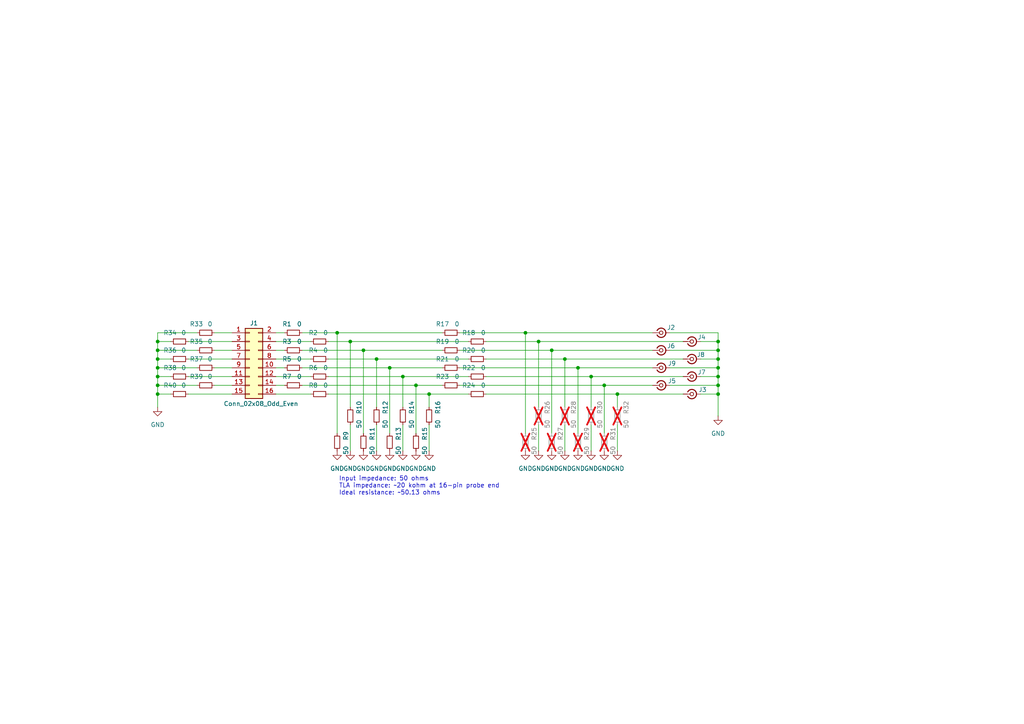
<source format=kicad_sch>
(kicad_sch (version 20231120) (generator "eeschema") (generator_version "8.0")
  (paper "A4")
  (lib_symbols
    (symbol "Connector:Conn_Coaxial_Small" (pin_numbers hide) (pin_names (offset 1.016) hide)
      (property "Reference" "J" (at 0.254 3.048 0))
      (property "Value" "Conn_Coaxial_Small" (at 0 -3.81 0))
      (symbol "Conn_Coaxial_Small_0_1"
        (polyline (pts (xy -2.54 0) (xy -0.508 0)))
        (circle (center 0 0) (radius 0.508) (stroke (width 0.2032)))
      )
      (symbol "Conn_Coaxial_Small_1_1"
        (arc (start -1.1916 -0.6311) (mid 0.327 -1.3081) (end 1.3484 0.0039) (stroke (width 0.3048)))
        (arc (start 1.3484 -0.0039) (mid 0.327 1.3081) (end -1.1916 0.6311) (stroke (width 0.3048)))
        (pin passive line (at -2.54 0 0) (length 1.27) (name "In") (number "1"))
        (pin passive line (at 2.54 0 180) (length 1.27) (name "Ext") (number "2"))
      )
    )
    (symbol "Connector_Generic:Conn_02x08_Odd_Even" (pin_names (offset 1.016) hide)
      (property "Reference" "J" (at 1.27 10.16 0))
      (property "Value" "Conn_02x08_Odd_Even" (at 1.27 -12.7 0))
      (symbol "Conn_02x08_Odd_Even_1_1"
        (rectangle (start -1.27 -10.033) (end 0 -10.287) (stroke (width 0.1524)))
        (rectangle (start -1.27 -7.493) (end 0 -7.747) (stroke (width 0.1524)))
        (rectangle (start -1.27 -4.953) (end 0 -5.207) (stroke (width 0.1524)))
        (rectangle (start -1.27 -2.413) (end 0 -2.667) (stroke (width 0.1524)))
        (rectangle (start -1.27 0.127) (end 0 -0.127) (stroke (width 0.1524)))
        (rectangle (start -1.27 2.667) (end 0 2.413) (stroke (width 0.1524)))
        (rectangle (start -1.27 5.207) (end 0 4.953) (stroke (width 0.1524)))
        (rectangle (start -1.27 7.747) (end 0 7.493) (stroke (width 0.1524)))
        (rectangle (start -1.27 8.89) (end 3.81 -11.43) (stroke (width 0.254)) (fill (type background)))
        (rectangle (start 3.81 -10.033) (end 2.54 -10.287) (stroke (width 0.1524)))
        (rectangle (start 3.81 -7.493) (end 2.54 -7.747) (stroke (width 0.1524)))
        (rectangle (start 3.81 -4.953) (end 2.54 -5.207) (stroke (width 0.1524)))
        (rectangle (start 3.81 -2.413) (end 2.54 -2.667) (stroke (width 0.1524)))
        (rectangle (start 3.81 0.127) (end 2.54 -0.127) (stroke (width 0.1524)))
        (rectangle (start 3.81 2.667) (end 2.54 2.413) (stroke (width 0.1524)))
        (rectangle (start 3.81 5.207) (end 2.54 4.953) (stroke (width 0.1524)))
        (rectangle (start 3.81 7.747) (end 2.54 7.493) (stroke (width 0.1524)))
        (pin passive line (at -5.08 7.62 0) (length 3.81) (name "Pin_1") (number "1"))
        (pin passive line (at 7.62 -2.54 180) (length 3.81) (name "Pin_10") (number "10"))
        (pin passive line (at -5.08 -5.08 0) (length 3.81) (name "Pin_11") (number "11"))
        (pin passive line (at 7.62 -5.08 180) (length 3.81) (name "Pin_12") (number "12"))
        (pin passive line (at -5.08 -7.62 0) (length 3.81) (name "Pin_13") (number "13"))
        (pin passive line (at 7.62 -7.62 180) (length 3.81) (name "Pin_14") (number "14"))
        (pin passive line (at -5.08 -10.16 0) (length 3.81) (name "Pin_15") (number "15"))
        (pin passive line (at 7.62 -10.16 180) (length 3.81) (name "Pin_16") (number "16"))
        (pin passive line (at 7.62 7.62 180) (length 3.81) (name "Pin_2") (number "2"))
        (pin passive line (at -5.08 5.08 0) (length 3.81) (name "Pin_3") (number "3"))
        (pin passive line (at 7.62 5.08 180) (length 3.81) (name "Pin_4") (number "4"))
        (pin passive line (at -5.08 2.54 0) (length 3.81) (name "Pin_5") (number "5"))
        (pin passive line (at 7.62 2.54 180) (length 3.81) (name "Pin_6") (number "6"))
        (pin passive line (at -5.08 0 0) (length 3.81) (name "Pin_7") (number "7"))
        (pin passive line (at 7.62 0 180) (length 3.81) (name "Pin_8") (number "8"))
        (pin passive line (at -5.08 -2.54 0) (length 3.81) (name "Pin_9") (number "9"))
      )
    )
    (symbol "Device:R_Small" (pin_numbers hide) (pin_names (offset 0.254) hide)
      (property "Reference" "R" (at 0.762 0.508 0))
      (property "Value" "R_Small" (at 0.762 -1.016 0))
      (symbol "R_Small_0_1"
        (rectangle (start -0.762 1.778) (end 0.762 -1.778) (stroke (width 0.2032)))
      )
      (symbol "R_Small_1_1"
        (pin passive line (at 0 2.54 270) (length 0.762) (name "~") (number "1"))
        (pin passive line (at 0 -2.54 90) (length 0.762) (name "~") (number "2"))
      )
    )
    (symbol "power:GND" (power) (pin_numbers hide) (pin_names (offset 0) hide)
      (property "Value" "GND" (at 0 -3.81 0))
      (symbol "GND_0_1"
        (polyline (pts (xy 0 0) (xy 0 -1.27) (xy 1.27 -1.27) (xy 0 -2.54) (xy -1.27 -1.27) (xy 0 -1.27)))
      )
      (symbol "GND_1_1"
        (pin power_in line (at 0 0 270) (length 0) (name "~") (number "1"))
      )
    )
  )
  (junction (at 45.72 109.22))
  (junction (at 208.28 101.6))
  (junction (at 45.72 99.06))
  (junction (at 208.28 106.68))
  (junction (at 45.72 106.68))
  (junction (at 45.72 111.76))
  (junction (at 208.28 114.3))
  (junction (at 109.22 104.14))
  (junction (at 101.6 99.06))
  (junction (at 208.28 99.06))
  (junction (at 105.41 101.6))
  (junction (at 163.83 104.14))
  (junction (at 160.02 101.6))
  (junction (at 120.65 111.76))
  (junction (at 175.26 111.76))
  (junction (at 171.45 109.22))
  (junction (at 45.72 101.6))
  (junction (at 208.28 104.14))
  (junction (at 179.07 114.3))
  (junction (at 97.79 96.52))
  (junction (at 167.64 106.68))
  (junction (at 208.28 109.22))
  (junction (at 156.21 99.06))
  (junction (at 208.28 111.76))
  (junction (at 45.72 114.3))
  (junction (at 152.4 96.52))
  (junction (at 124.46 114.3))
  (junction (at 113.03 106.68))
  (junction (at 45.72 104.14))
  (junction (at 116.84 109.22))
  (wire (pts (xy 45.72 96.52) (xy 45.72 99.06)))
  (wire (pts (xy 133.35 106.68) (xy 167.64 106.68)))
  (wire (pts (xy 167.64 106.68) (xy 167.64 125.73)))
  (wire (pts (xy 179.07 114.3) (xy 198.12 114.3)))
  (wire (pts (xy 156.21 123.19) (xy 156.21 130.81)))
  (wire (pts (xy 167.64 106.68) (xy 189.23 106.68)))
  (wire (pts (xy 54.61 99.06) (xy 67.31 99.06)))
  (wire (pts (xy 101.6 99.06) (xy 135.89 99.06)))
  (wire (pts (xy 116.84 123.19) (xy 116.84 130.81)))
  (wire (pts (xy 133.35 101.6) (xy 160.02 101.6)))
  (wire (pts (xy 45.72 99.06) (xy 49.53 99.06)))
  (wire (pts (xy 95.25 114.3) (xy 124.46 114.3)))
  (wire (pts (xy 45.72 114.3) (xy 45.72 118.11)))
  (wire (pts (xy 152.4 96.52) (xy 152.4 125.73)))
  (wire (pts (xy 179.07 123.19) (xy 179.07 130.81)))
  (wire (pts (xy 175.26 111.76) (xy 175.26 125.73)))
  (wire (pts (xy 133.35 111.76) (xy 175.26 111.76)))
  (wire (pts (xy 80.01 111.76) (xy 82.55 111.76)))
  (wire (pts (xy 105.41 101.6) (xy 105.41 125.73)))
  (wire (pts (xy 80.01 109.22) (xy 90.17 109.22)))
  (wire (pts (xy 80.01 99.06) (xy 90.17 99.06)))
  (wire (pts (xy 57.15 96.52) (xy 45.72 96.52)))
  (wire (pts (xy 208.28 104.14) (xy 208.28 106.68)))
  (wire (pts (xy 156.21 99.06) (xy 198.12 99.06)))
  (wire (pts (xy 171.45 109.22) (xy 171.45 118.11)))
  (wire (pts (xy 62.23 111.76) (xy 67.31 111.76)))
  (wire (pts (xy 54.61 104.14) (xy 67.31 104.14)))
  (wire (pts (xy 140.97 109.22) (xy 171.45 109.22)))
  (wire (pts (xy 171.45 109.22) (xy 198.12 109.22)))
  (wire (pts (xy 45.72 109.22) (xy 45.72 111.76)))
  (wire (pts (xy 101.6 99.06) (xy 101.6 118.11)))
  (wire (pts (xy 156.21 99.06) (xy 156.21 118.11)))
  (wire (pts (xy 87.63 101.6) (xy 105.41 101.6)))
  (wire (pts (xy 194.31 106.68) (xy 208.28 106.68)))
  (wire (pts (xy 175.26 111.76) (xy 189.23 111.76)))
  (wire (pts (xy 113.03 106.68) (xy 113.03 125.73)))
  (wire (pts (xy 95.25 109.22) (xy 116.84 109.22)))
  (wire (pts (xy 160.02 101.6) (xy 189.23 101.6)))
  (wire (pts (xy 133.35 96.52) (xy 152.4 96.52)))
  (wire (pts (xy 45.72 106.68) (xy 57.15 106.68)))
  (wire (pts (xy 95.25 104.14) (xy 109.22 104.14)))
  (wire (pts (xy 124.46 123.19) (xy 124.46 130.81)))
  (wire (pts (xy 80.01 104.14) (xy 90.17 104.14)))
  (wire (pts (xy 160.02 101.6) (xy 160.02 125.73)))
  (wire (pts (xy 45.72 101.6) (xy 45.72 104.14)))
  (wire (pts (xy 120.65 111.76) (xy 128.27 111.76)))
  (wire (pts (xy 80.01 101.6) (xy 82.55 101.6)))
  (wire (pts (xy 163.83 123.19) (xy 163.83 130.81)))
  (wire (pts (xy 163.83 104.14) (xy 198.12 104.14)))
  (wire (pts (xy 54.61 114.3) (xy 67.31 114.3)))
  (wire (pts (xy 124.46 114.3) (xy 124.46 118.11)))
  (wire (pts (xy 97.79 96.52) (xy 128.27 96.52)))
  (wire (pts (xy 80.01 114.3) (xy 90.17 114.3)))
  (wire (pts (xy 45.72 104.14) (xy 49.53 104.14)))
  (wire (pts (xy 194.31 111.76) (xy 208.28 111.76)))
  (wire (pts (xy 179.07 114.3) (xy 179.07 118.11)))
  (wire (pts (xy 116.84 109.22) (xy 116.84 118.11)))
  (wire (pts (xy 97.79 96.52) (xy 97.79 125.73)))
  (wire (pts (xy 208.28 114.3) (xy 208.28 120.65)))
  (wire (pts (xy 105.41 101.6) (xy 128.27 101.6)))
  (wire (pts (xy 45.72 101.6) (xy 57.15 101.6)))
  (wire (pts (xy 49.53 114.3) (xy 45.72 114.3)))
  (wire (pts (xy 208.28 99.06) (xy 208.28 101.6)))
  (wire (pts (xy 87.63 96.52) (xy 97.79 96.52)))
  (wire (pts (xy 109.22 104.14) (xy 135.89 104.14)))
  (wire (pts (xy 80.01 96.52) (xy 82.55 96.52)))
  (wire (pts (xy 208.28 106.68) (xy 208.28 109.22)))
  (wire (pts (xy 163.83 118.11) (xy 163.83 104.14)))
  (wire (pts (xy 203.2 104.14) (xy 208.28 104.14)))
  (wire (pts (xy 116.84 109.22) (xy 135.89 109.22)))
  (wire (pts (xy 113.03 106.68) (xy 128.27 106.68)))
  (wire (pts (xy 208.28 96.52) (xy 208.28 99.06)))
  (wire (pts (xy 87.63 106.68) (xy 113.03 106.68)))
  (wire (pts (xy 45.72 111.76) (xy 57.15 111.76)))
  (wire (pts (xy 208.28 109.22) (xy 208.28 111.76)))
  (wire (pts (xy 45.72 104.14) (xy 45.72 106.68)))
  (wire (pts (xy 194.31 101.6) (xy 208.28 101.6)))
  (wire (pts (xy 45.72 111.76) (xy 45.72 114.3)))
  (wire (pts (xy 54.61 109.22) (xy 67.31 109.22)))
  (wire (pts (xy 171.45 123.19) (xy 171.45 130.81)))
  (wire (pts (xy 194.31 96.52) (xy 208.28 96.52)))
  (wire (pts (xy 140.97 114.3) (xy 179.07 114.3)))
  (wire (pts (xy 124.46 114.3) (xy 135.89 114.3)))
  (wire (pts (xy 140.97 104.14) (xy 163.83 104.14)))
  (wire (pts (xy 95.25 99.06) (xy 101.6 99.06)))
  (wire (pts (xy 45.72 106.68) (xy 45.72 109.22)))
  (wire (pts (xy 62.23 101.6) (xy 67.31 101.6)))
  (wire (pts (xy 109.22 118.11) (xy 109.22 104.14)))
  (wire (pts (xy 203.2 109.22) (xy 208.28 109.22)))
  (wire (pts (xy 62.23 106.68) (xy 67.31 106.68)))
  (wire (pts (xy 120.65 111.76) (xy 120.65 125.73)))
  (wire (pts (xy 80.01 106.68) (xy 82.55 106.68)))
  (wire (pts (xy 109.22 123.19) (xy 109.22 130.81)))
  (wire (pts (xy 152.4 96.52) (xy 189.23 96.52)))
  (wire (pts (xy 140.97 99.06) (xy 156.21 99.06)))
  (wire (pts (xy 62.23 96.52) (xy 67.31 96.52)))
  (wire (pts (xy 87.63 111.76) (xy 120.65 111.76)))
  (wire (pts (xy 208.28 101.6) (xy 208.28 104.14)))
  (wire (pts (xy 203.2 99.06) (xy 208.28 99.06)))
  (wire (pts (xy 208.28 111.76) (xy 208.28 114.3)))
  (wire (pts (xy 45.72 99.06) (xy 45.72 101.6)))
  (wire (pts (xy 203.2 114.3) (xy 208.28 114.3)))
  (wire (pts (xy 49.53 109.22) (xy 45.72 109.22)))
  (wire (pts (xy 101.6 123.19) (xy 101.6 130.81)))
  (text "Input impedance: 50 ohms\nTLA impedance: ~20 kohm at 16-pin probe end\nIdeal resistance: ~50.13 ohms" (at 98.298 140.97 0) (effects (font (size 1.27 1.27)) (justify left)))
  (symbol (lib_id "power:GND") (at 124.46 130.81 0) (unit 1)
    (property "Reference" "#PWR010" (effects (hide yes)))
    (property "Value" "GND" (at 124.46 135.89 0))
    (property "Description" "Power symbol creates a global label with name \"GND\" , ground" (effects (hide yes)))
  )
  (symbol (lib_id "Device:R_Small") (at 179.07 120.65 0) (unit 1) (dnp yes)
    (property "Reference" "R32" (at 181.61 120.142 90) (effects (justify left)))
    (property "Value" "50" (at 181.61 121.666 90) (effects (justify right)))
    (property "Footprint" "Resistor_SMD:R_0603_1608Metric" (effects (hide yes)))
    (property "Description" "Resistor, small symbol" (effects (hide yes)))
  )
  (symbol (lib_id "power:GND") (at 167.64 130.81 0) (unit 1)
    (property "Reference" "#PWR015" (effects (hide yes)))
    (property "Value" "GND" (at 167.64 135.89 0))
    (property "Description" "Power symbol creates a global label with name \"GND\" , ground" (effects (hide yes)))
  )
  (symbol (lib_id "power:GND") (at 160.02 130.81 0) (unit 1)
    (property "Reference" "#PWR013" (effects (hide yes)))
    (property "Value" "GND" (at 160.02 135.89 0))
    (property "Description" "Power symbol creates a global label with name \"GND\" , ground" (effects (hide yes)))
  )
  (symbol (lib_id "Device:R_Small") (at 59.69 111.76 90) (unit 1)
    (property "Reference" "R39" (at 58.928 109.22 90) (effects (justify left)))
    (property "Value" "0" (at 60.198 109.22 90) (effects (justify right)))
    (property "Footprint" "Resistor_SMD:R_0603_1608Metric" (effects (hide yes)))
    (property "Description" "Resistor, small symbol" (effects (hide yes)))
  )
  (symbol (lib_id "Connector:Conn_Coaxial_Small") (at 200.66 109.22 0) (unit 1)
    (property "Reference" "J7" (at 204.724 107.95 0) (effects (justify right)))
    (property "Value" "Conn_Coaxial_Small" (effects (hide yes)))
    (property "Footprint" "Footprints:SMA Board Edge Jack" (effects (hide yes)))
    (property "Description" "small coaxial connector (BNC, SMA, SMB, SMC, Cinch/RCA, LEMO, ...)" (effects (hide yes)))
  )
  (symbol (lib_id "Connector:Conn_Coaxial_Small") (at 200.66 114.3 0) (unit 1)
    (property "Reference" "J3" (at 204.978 113.03 0) (effects (justify right)))
    (property "Value" "Conn_Coaxial_Small" (effects (hide yes)))
    (property "Footprint" "Footprints:SMA Board Edge Jack" (effects (hide yes)))
    (property "Description" "small coaxial connector (BNC, SMA, SMB, SMC, Cinch/RCA, LEMO, ...)" (effects (hide yes)))
  )
  (symbol (lib_id "Device:R_Small") (at 97.79 128.27 0) (unit 1)
    (property "Reference" "R9" (at 100.33 127.762 90) (effects (justify left)))
    (property "Value" "50" (at 100.33 129.286 90) (effects (justify right)))
    (property "Footprint" "Resistor_SMD:R_0603_1608Metric" (effects (hide yes)))
    (property "Description" "Resistor, small symbol" (effects (hide yes)))
  )
  (symbol (lib_id "Device:R_Small") (at 92.71 114.3 90) (unit 1)
    (property "Reference" "R8" (at 92.202 111.76 90) (effects (justify left)))
    (property "Value" "0" (at 93.726 111.76 90) (effects (justify right)))
    (property "Footprint" "Resistor_SMD:R_0603_1608Metric" (effects (hide yes)))
    (property "Description" "Resistor, small symbol" (effects (hide yes)))
  )
  (symbol (lib_id "Device:R_Small") (at 130.81 111.76 90) (unit 1)
    (property "Reference" "R23" (at 130.302 109.22 90) (effects (justify left)))
    (property "Value" "0" (at 131.826 109.22 90) (effects (justify right)))
    (property "Footprint" "Resistor_SMD:R_0603_1608Metric" (effects (hide yes)))
    (property "Description" "Resistor, small symbol" (effects (hide yes)))
  )
  (symbol (lib_id "Device:R_Small") (at 85.09 96.52 90) (unit 1)
    (property "Reference" "R1" (at 84.582 93.98 90) (effects (justify left)))
    (property "Value" "0" (at 86.106 93.98 90) (effects (justify right)))
    (property "Footprint" "Resistor_SMD:R_0603_1608Metric" (effects (hide yes)))
    (property "Description" "Resistor, small symbol" (effects (hide yes)))
  )
  (symbol (lib_id "Device:R_Small") (at 59.69 106.68 90) (unit 1)
    (property "Reference" "R37" (at 58.928 104.14 90) (effects (justify left)))
    (property "Value" "0" (at 60.198 104.14 90) (effects (justify right)))
    (property "Footprint" "Resistor_SMD:R_0603_1608Metric" (effects (hide yes)))
    (property "Description" "Resistor, small symbol" (effects (hide yes)))
  )
  (symbol (lib_id "Connector:Conn_Coaxial_Small") (at 191.77 111.76 0) (unit 1)
    (property "Reference" "J5" (at 196.088 110.49 0) (effects (justify right)))
    (property "Value" "Conn_Coaxial_Small" (effects (hide yes)))
    (property "Footprint" "Footprints:SMA Board Edge Jack" (effects (hide yes)))
    (property "Description" "small coaxial connector (BNC, SMA, SMB, SMC, Cinch/RCA, LEMO, ...)" (effects (hide yes)))
  )
  (symbol (lib_id "Device:R_Small") (at 59.69 96.52 90) (unit 1)
    (property "Reference" "R33" (at 58.928 93.98 90) (effects (justify left)))
    (property "Value" "0" (at 60.198 93.98 90) (effects (justify right)))
    (property "Footprint" "Resistor_SMD:R_0603_1608Metric" (effects (hide yes)))
    (property "Description" "Resistor, small symbol" (effects (hide yes)))
  )
  (symbol (lib_id "Device:R_Small") (at 101.6 120.65 0) (unit 1)
    (property "Reference" "R10" (at 104.14 120.142 90) (effects (justify left)))
    (property "Value" "50" (at 104.14 121.666 90) (effects (justify right)))
    (property "Footprint" "Resistor_SMD:R_0603_1608Metric" (effects (hide yes)))
    (property "Description" "Resistor, small symbol" (effects (hide yes)))
  )
  (symbol (lib_id "power:GND") (at 101.6 130.81 0) (unit 1)
    (property "Reference" "#PWR04" (effects (hide yes)))
    (property "Value" "GND" (at 101.6 135.89 0))
    (property "Description" "Power symbol creates a global label with name \"GND\" , ground" (effects (hide yes)))
  )
  (symbol (lib_id "Device:R_Small") (at 92.71 99.06 90) (unit 1)
    (property "Reference" "R2" (at 92.202 96.52 90) (effects (justify left)))
    (property "Value" "0" (at 93.726 96.52 90) (effects (justify right)))
    (property "Footprint" "Resistor_SMD:R_0603_1608Metric" (effects (hide yes)))
    (property "Description" "Resistor, small symbol" (effects (hide yes)))
  )
  (symbol (lib_id "power:GND") (at 120.65 130.81 0) (unit 1)
    (property "Reference" "#PWR09" (effects (hide yes)))
    (property "Value" "GND" (at 120.65 135.89 0))
    (property "Description" "Power symbol creates a global label with name \"GND\" , ground" (effects (hide yes)))
  )
  (symbol (lib_id "power:GND") (at 45.72 118.11 0) (unit 1)
    (property "Reference" "#PWR01" (effects (hide yes)))
    (property "Value" "GND" (at 45.72 123.19 0))
    (property "Description" "Power symbol creates a global label with name \"GND\" , ground" (effects (hide yes)))
  )
  (symbol (lib_id "Connector:Conn_Coaxial_Small") (at 200.66 104.14 0) (unit 1)
    (property "Reference" "J8" (at 204.47 102.87 0) (effects (justify right)))
    (property "Value" "Conn_Coaxial_Small" (effects (hide yes)))
    (property "Footprint" "Footprints:SMA Board Edge Jack" (effects (hide yes)))
    (property "Description" "small coaxial connector (BNC, SMA, SMB, SMC, Cinch/RCA, LEMO, ...)" (effects (hide yes)))
  )
  (symbol (lib_id "power:GND") (at 156.21 130.81 0) (unit 1)
    (property "Reference" "#PWR012" (effects (hide yes)))
    (property "Value" "GND" (at 156.21 135.89 0))
    (property "Description" "Power symbol creates a global label with name \"GND\" , ground" (effects (hide yes)))
  )
  (symbol (lib_id "Device:R_Small") (at 138.43 109.22 90) (unit 1)
    (property "Reference" "R22" (at 137.922 106.68 90) (effects (justify left)))
    (property "Value" "0" (at 139.446 106.68 90) (effects (justify right)))
    (property "Footprint" "Resistor_SMD:R_0603_1608Metric" (effects (hide yes)))
    (property "Description" "Resistor, small symbol" (effects (hide yes)))
  )
  (symbol (lib_id "power:GND") (at 116.84 130.81 0) (unit 1)
    (property "Reference" "#PWR08" (effects (hide yes)))
    (property "Value" "GND" (at 116.84 135.89 0))
    (property "Description" "Power symbol creates a global label with name \"GND\" , ground" (effects (hide yes)))
  )
  (symbol (lib_id "Device:R_Small") (at 163.83 120.65 0) (unit 1) (dnp yes)
    (property "Reference" "R28" (at 166.37 120.142 90) (effects (justify left)))
    (property "Value" "50" (at 166.37 121.666 90) (effects (justify right)))
    (property "Footprint" "Resistor_SMD:R_0603_1608Metric" (effects (hide yes)))
    (property "Description" "Resistor, small symbol" (effects (hide yes)))
  )
  (symbol (lib_id "Device:R_Small") (at 59.69 101.6 90) (unit 1)
    (property "Reference" "R35" (at 58.928 99.06 90) (effects (justify left)))
    (property "Value" "0" (at 60.198 99.06 90) (effects (justify right)))
    (property "Footprint" "Resistor_SMD:R_0603_1608Metric" (effects (hide yes)))
    (property "Description" "Resistor, small symbol" (effects (hide yes)))
  )
  (symbol (lib_id "Device:R_Small") (at 156.21 120.65 0) (unit 1) (dnp yes)
    (property "Reference" "R26" (at 158.75 120.142 90) (effects (justify left)))
    (property "Value" "50" (at 158.75 121.666 90) (effects (justify right)))
    (property "Footprint" "Resistor_SMD:R_0603_1608Metric" (effects (hide yes)))
    (property "Description" "Resistor, small symbol" (effects (hide yes)))
  )
  (symbol (lib_id "Device:R_Small") (at 130.81 106.68 90) (unit 1)
    (property "Reference" "R21" (at 130.302 104.14 90) (effects (justify left)))
    (property "Value" "0" (at 131.826 104.14 90) (effects (justify right)))
    (property "Footprint" "Resistor_SMD:R_0603_1608Metric" (effects (hide yes)))
    (property "Description" "Resistor, small symbol" (effects (hide yes)))
  )
  (symbol (lib_id "power:GND") (at 208.28 120.65 0) (unit 1)
    (property "Reference" "#PWR02" (effects (hide yes)))
    (property "Value" "GND" (at 208.28 125.73 0))
    (property "Description" "Power symbol creates a global label with name \"GND\" , ground" (effects (hide yes)))
  )
  (symbol (lib_id "Device:R_Small") (at 175.26 128.27 0) (unit 1) (dnp yes)
    (property "Reference" "R31" (at 177.8 127.762 90) (effects (justify left)))
    (property "Value" "50" (at 177.8 129.286 90) (effects (justify right)))
    (property "Footprint" "Resistor_SMD:R_0603_1608Metric" (effects (hide yes)))
    (property "Description" "Resistor, small symbol" (effects (hide yes)))
  )
  (symbol (lib_id "Device:R_Small") (at 116.84 120.65 0) (unit 1)
    (property "Reference" "R14" (at 119.38 120.142 90) (effects (justify left)))
    (property "Value" "50" (at 119.38 121.666 90) (effects (justify right)))
    (property "Footprint" "Resistor_SMD:R_0603_1608Metric" (effects (hide yes)))
    (property "Description" "Resistor, small symbol" (effects (hide yes)))
  )
  (symbol (lib_id "Device:R_Small") (at 92.71 109.22 90) (unit 1)
    (property "Reference" "R6" (at 92.202 106.68 90) (effects (justify left)))
    (property "Value" "0" (at 93.726 106.68 90) (effects (justify right)))
    (property "Footprint" "Resistor_SMD:R_0603_1608Metric" (effects (hide yes)))
    (property "Description" "Resistor, small symbol" (effects (hide yes)))
  )
  (symbol (lib_id "power:GND") (at 109.22 130.81 0) (unit 1)
    (property "Reference" "#PWR06" (effects (hide yes)))
    (property "Value" "GND" (at 109.22 135.89 0))
    (property "Description" "Power symbol creates a global label with name \"GND\" , ground" (effects (hide yes)))
  )
  (symbol (lib_id "Device:R_Small") (at 171.45 120.65 0) (unit 1) (dnp yes)
    (property "Reference" "R30" (at 173.99 120.142 90) (effects (justify left)))
    (property "Value" "50" (at 173.99 121.666 90) (effects (justify right)))
    (property "Footprint" "Resistor_SMD:R_0603_1608Metric" (effects (hide yes)))
    (property "Description" "Resistor, small symbol" (effects (hide yes)))
  )
  (symbol (lib_id "Connector:Conn_Coaxial_Small") (at 191.77 101.6 0) (unit 1)
    (property "Reference" "J6" (at 195.834 100.33 0) (effects (justify right)))
    (property "Value" "Conn_Coaxial_Small" (effects (hide yes)))
    (property "Footprint" "Footprints:SMA Board Edge Jack" (effects (hide yes)))
    (property "Description" "small coaxial connector (BNC, SMA, SMB, SMC, Cinch/RCA, LEMO, ...)" (effects (hide yes)))
  )
  (symbol (lib_id "Device:R_Small") (at 138.43 114.3 90) (unit 1)
    (property "Reference" "R24" (at 137.922 111.76 90) (effects (justify left)))
    (property "Value" "0" (at 139.446 111.76 90) (effects (justify right)))
    (property "Footprint" "Resistor_SMD:R_0603_1608Metric" (effects (hide yes)))
    (property "Description" "Resistor, small symbol" (effects (hide yes)))
  )
  (symbol (lib_id "power:GND") (at 163.83 130.81 0) (unit 1)
    (property "Reference" "#PWR014" (effects (hide yes)))
    (property "Value" "GND" (at 163.83 135.89 0))
    (property "Description" "Power symbol creates a global label with name \"GND\" , ground" (effects (hide yes)))
  )
  (symbol (lib_id "Device:R_Small") (at 109.22 120.65 0) (unit 1)
    (property "Reference" "R12" (at 111.76 120.142 90) (effects (justify left)))
    (property "Value" "50" (at 111.76 121.666 90) (effects (justify right)))
    (property "Footprint" "Resistor_SMD:R_0603_1608Metric" (effects (hide yes)))
    (property "Description" "Resistor, small symbol" (effects (hide yes)))
  )
  (symbol (lib_id "Device:R_Small") (at 52.07 114.3 90) (unit 1)
    (property "Reference" "R40" (at 51.308 111.76 90) (effects (justify left)))
    (property "Value" "0" (at 52.578 111.76 90) (effects (justify right)))
    (property "Footprint" "Resistor_SMD:R_0603_1608Metric" (effects (hide yes)))
    (property "Description" "Resistor, small symbol" (effects (hide yes)))
  )
  (symbol (lib_id "Device:R_Small") (at 167.64 128.27 0) (unit 1) (dnp yes)
    (property "Reference" "R29" (at 170.18 127.762 90) (effects (justify left)))
    (property "Value" "50" (at 170.18 129.286 90) (effects (justify right)))
    (property "Footprint" "Resistor_SMD:R_0603_1608Metric" (effects (hide yes)))
    (property "Description" "Resistor, small symbol" (effects (hide yes)))
  )
  (symbol (lib_id "Device:R_Small") (at 85.09 106.68 90) (unit 1)
    (property "Reference" "R5" (at 84.582 104.14 90) (effects (justify left)))
    (property "Value" "0" (at 86.106 104.14 90) (effects (justify right)))
    (property "Footprint" "Resistor_SMD:R_0603_1608Metric" (effects (hide yes)))
    (property "Description" "Resistor, small symbol" (effects (hide yes)))
  )
  (symbol (lib_id "Device:R_Small") (at 124.46 120.65 0) (unit 1)
    (property "Reference" "R16" (at 127 120.142 90) (effects (justify left)))
    (property "Value" "50" (at 127 121.666 90) (effects (justify right)))
    (property "Footprint" "Resistor_SMD:R_0603_1608Metric" (effects (hide yes)))
    (property "Description" "Resistor, small symbol" (effects (hide yes)))
  )
  (symbol (lib_id "Device:R_Small") (at 92.71 104.14 90) (unit 1)
    (property "Reference" "R4" (at 92.202 101.6 90) (effects (justify left)))
    (property "Value" "0" (at 93.726 101.6 90) (effects (justify right)))
    (property "Footprint" "Resistor_SMD:R_0603_1608Metric" (effects (hide yes)))
    (property "Description" "Resistor, small symbol" (effects (hide yes)))
  )
  (symbol (lib_id "Device:R_Small") (at 52.07 99.06 90) (unit 1)
    (property "Reference" "R34" (at 51.308 96.52 90) (effects (justify left)))
    (property "Value" "0" (at 52.578 96.52 90) (effects (justify right)))
    (property "Footprint" "Resistor_SMD:R_0603_1608Metric" (effects (hide yes)))
    (property "Description" "Resistor, small symbol" (effects (hide yes)))
  )
  (symbol (lib_id "power:GND") (at 175.26 130.81 0) (unit 1)
    (property "Reference" "#PWR017" (effects (hide yes)))
    (property "Value" "GND" (at 175.26 135.89 0))
    (property "Description" "Power symbol creates a global label with name \"GND\" , ground" (effects (hide yes)))
  )
  (symbol (lib_id "power:GND") (at 179.07 130.81 0) (unit 1)
    (property "Reference" "#PWR018" (effects (hide yes)))
    (property "Value" "GND" (at 179.07 135.89 0))
    (property "Description" "Power symbol creates a global label with name \"GND\" , ground" (effects (hide yes)))
  )
  (symbol (lib_id "Connector:Conn_Coaxial_Small") (at 191.77 96.52 0) (unit 1)
    (property "Reference" "J2" (at 195.834 94.996 0) (effects (justify right)))
    (property "Value" "Conn_Coaxial_Small" (effects (hide yes)))
    (property "Footprint" "Footprints:SMA Board Edge Jack" (effects (hide yes)))
    (property "Description" "small coaxial connector (BNC, SMA, SMB, SMC, Cinch/RCA, LEMO, ...)" (effects (hide yes)))
  )
  (symbol (lib_id "power:GND") (at 105.41 130.81 0) (unit 1)
    (property "Reference" "#PWR05" (effects (hide yes)))
    (property "Value" "GND" (at 105.41 135.89 0))
    (property "Description" "Power symbol creates a global label with name \"GND\" , ground" (effects (hide yes)))
  )
  (symbol (lib_id "Connector:Conn_Coaxial_Small") (at 200.66 99.06 0) (unit 1)
    (property "Reference" "J4" (at 204.724 97.79 0) (effects (justify right)))
    (property "Value" "Conn_Coaxial_Small" (effects (hide yes)))
    (property "Footprint" "Footprints:SMA Board Edge Jack" (effects (hide yes)))
    (property "Description" "small coaxial connector (BNC, SMA, SMB, SMC, Cinch/RCA, LEMO, ...)" (effects (hide yes)))
  )
  (symbol (lib_id "Device:R_Small") (at 138.43 99.06 90) (unit 1)
    (property "Reference" "R18" (at 137.922 96.52 90) (effects (justify left)))
    (property "Value" "0" (at 139.446 96.52 90) (effects (justify right)))
    (property "Footprint" "Resistor_SMD:R_0603_1608Metric" (effects (hide yes)))
    (property "Description" "Resistor, small symbol" (effects (hide yes)))
  )
  (symbol (lib_id "Device:R_Small") (at 152.4 128.27 0) (unit 1) (dnp yes)
    (property "Reference" "R25" (at 154.94 127.762 90) (effects (justify left)))
    (property "Value" "50" (at 154.94 129.286 90) (effects (justify right)))
    (property "Footprint" "Resistor_SMD:R_0603_1608Metric" (effects (hide yes)))
    (property "Description" "Resistor, small symbol" (effects (hide yes)))
  )
  (symbol (lib_id "Connector_Generic:Conn_02x08_Odd_Even") (at 72.39 104.14 0) (unit 1)
    (property "Reference" "J1" (at 73.66 93.726 0))
    (property "Value" "Conn_02x08_Odd_Even" (at 75.692 117.094 0))
    (property "Footprint" "Connector_PinHeader_2.54mm:PinHeader_2x08_P2.54mm_Vertical" (effects (hide yes)))
    (property "Description" "Generic connector, double row, 02x08, odd/even pin numbering scheme (row 1 odd numbers, row 2 even numbers), script generated (kicad-library-utils/schlib/autogen/connector/)" (effects (hide yes)))
  )
  (symbol (lib_id "power:GND") (at 171.45 130.81 0) (unit 1)
    (property "Reference" "#PWR016" (effects (hide yes)))
    (property "Value" "GND" (at 171.45 135.89 0))
    (property "Description" "Power symbol creates a global label with name \"GND\" , ground" (effects (hide yes)))
  )
  (symbol (lib_id "Device:R_Small") (at 52.07 104.14 90) (unit 1)
    (property "Reference" "R36" (at 51.308 101.6 90) (effects (justify left)))
    (property "Value" "0" (at 52.578 101.6 90) (effects (justify right)))
    (property "Footprint" "Resistor_SMD:R_0603_1608Metric" (effects (hide yes)))
    (property "Description" "Resistor, small symbol" (effects (hide yes)))
  )
  (symbol (lib_id "Device:R_Small") (at 85.09 101.6 90) (unit 1)
    (property "Reference" "R3" (at 84.582 99.06 90) (effects (justify left)))
    (property "Value" "0" (at 86.106 99.06 90) (effects (justify right)))
    (property "Footprint" "Resistor_SMD:R_0603_1608Metric" (effects (hide yes)))
    (property "Description" "Resistor, small symbol" (effects (hide yes)))
  )
  (symbol (lib_id "Device:R_Small") (at 160.02 128.27 0) (unit 1) (dnp yes)
    (property "Reference" "R27" (at 162.56 127.762 90) (effects (justify left)))
    (property "Value" "50" (at 162.56 129.286 90) (effects (justify right)))
    (property "Footprint" "Resistor_SMD:R_0603_1608Metric" (effects (hide yes)))
    (property "Description" "Resistor, small symbol" (effects (hide yes)))
  )
  (symbol (lib_id "power:GND") (at 152.4 130.81 0) (unit 1)
    (property "Reference" "#PWR011" (effects (hide yes)))
    (property "Value" "GND" (at 152.4 135.89 0))
    (property "Description" "Power symbol creates a global label with name \"GND\" , ground" (effects (hide yes)))
  )
  (symbol (lib_id "Device:R_Small") (at 52.07 109.22 90) (unit 1)
    (property "Reference" "R38" (at 51.308 106.68 90) (effects (justify left)))
    (property "Value" "0" (at 52.578 106.68 90) (effects (justify right)))
    (property "Footprint" "Resistor_SMD:R_0603_1608Metric" (effects (hide yes)))
    (property "Description" "Resistor, small symbol" (effects (hide yes)))
  )
  (symbol (lib_id "Device:R_Small") (at 138.43 104.14 90) (unit 1)
    (property "Reference" "R20" (at 137.922 101.6 90) (effects (justify left)))
    (property "Value" "0" (at 139.446 101.6 90) (effects (justify right)))
    (property "Footprint" "Resistor_SMD:R_0603_1608Metric" (effects (hide yes)))
    (property "Description" "Resistor, small symbol" (effects (hide yes)))
  )
  (symbol (lib_id "Device:R_Small") (at 105.41 128.27 0) (unit 1)
    (property "Reference" "R11" (at 107.95 127.762 90) (effects (justify left)))
    (property "Value" "50" (at 107.95 129.286 90) (effects (justify right)))
    (property "Footprint" "Resistor_SMD:R_0603_1608Metric" (effects (hide yes)))
    (property "Description" "Resistor, small symbol" (effects (hide yes)))
  )
  (symbol (lib_id "Device:R_Small") (at 85.09 111.76 90) (unit 1)
    (property "Reference" "R7" (at 84.582 109.22 90) (effects (justify left)))
    (property "Value" "0" (at 86.106 109.22 90) (effects (justify right)))
    (property "Footprint" "Resistor_SMD:R_0603_1608Metric" (effects (hide yes)))
    (property "Description" "Resistor, small symbol" (effects (hide yes)))
  )
  (symbol (lib_id "Device:R_Small") (at 130.81 101.6 90) (unit 1)
    (property "Reference" "R19" (at 130.302 99.06 90) (effects (justify left)))
    (property "Value" "0" (at 131.826 99.06 90) (effects (justify right)))
    (property "Footprint" "Resistor_SMD:R_0603_1608Metric" (effects (hide yes)))
    (property "Description" "Resistor, small symbol" (effects (hide yes)))
  )
  (symbol (lib_id "power:GND") (at 113.03 130.81 0) (unit 1)
    (property "Reference" "#PWR07" (effects (hide yes)))
    (property "Value" "GND" (at 113.03 135.89 0))
    (property "Description" "Power symbol creates a global label with name \"GND\" , ground" (effects (hide yes)))
  )
  (symbol (lib_id "power:GND") (at 97.79 130.81 0) (unit 1)
    (property "Reference" "#PWR03" (effects (hide yes)))
    (property "Value" "GND" (at 97.79 135.89 0))
    (property "Description" "Power symbol creates a global label with name \"GND\" , ground" (effects (hide yes)))
  )
  (symbol (lib_id "Device:R_Small") (at 120.65 128.27 0) (unit 1)
    (property "Reference" "R15" (at 123.19 127.762 90) (effects (justify left)))
    (property "Value" "50" (at 123.19 129.286 90) (effects (justify right)))
    (property "Footprint" "Resistor_SMD:R_0603_1608Metric" (effects (hide yes)))
    (property "Description" "Resistor, small symbol" (effects (hide yes)))
  )
  (symbol (lib_id "Device:R_Small") (at 130.81 96.52 90) (unit 1)
    (property "Reference" "R17" (at 130.302 93.98 90) (effects (justify left)))
    (property "Value" "0" (at 131.826 93.98 90) (effects (justify right)))
    (property "Footprint" "Resistor_SMD:R_0603_1608Metric" (effects (hide yes)))
    (property "Description" "Resistor, small symbol" (effects (hide yes)))
  )
  (symbol (lib_id "Device:R_Small") (at 113.03 128.27 0) (unit 1)
    (property "Reference" "R13" (at 115.57 127.762 90) (effects (justify left)))
    (property "Value" "50" (at 115.57 129.286 90) (effects (justify right)))
    (property "Footprint" "Resistor_SMD:R_0603_1608Metric" (effects (hide yes)))
    (property "Description" "Resistor, small symbol" (effects (hide yes)))
  )
  (symbol (lib_id "Connector:Conn_Coaxial_Small") (at 191.77 106.68 0) (unit 1)
    (property "Reference" "J9" (at 196.088 105.41 0) (effects (justify right)))
    (property "Value" "Conn_Coaxial_Small" (effects (hide yes)))
    (property "Footprint" "Footprints:SMA Board Edge Jack" (effects (hide yes)))
    (property "Description" "small coaxial connector (BNC, SMA, SMB, SMC, Cinch/RCA, LEMO, ...)" (effects (hide yes)))
  )
)
</source>
